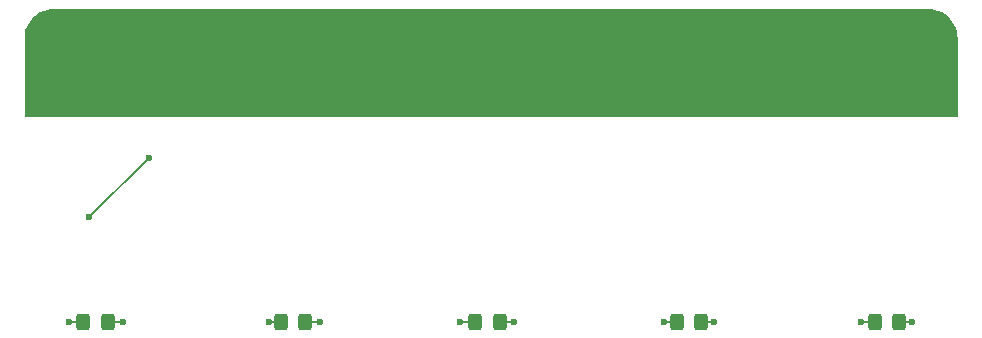
<source format=gbr>
%TF.GenerationSoftware,KiCad,Pcbnew,9.0.2*%
%TF.CreationDate,2025-05-22T18:28:57+02:00*%
%TF.ProjectId,blinky,626c696e-6b79-42e6-9b69-6361645f7063,rev?*%
%TF.SameCoordinates,Original*%
%TF.FileFunction,Copper,L1,Top*%
%TF.FilePolarity,Positive*%
%FSLAX46Y46*%
G04 Gerber Fmt 4.6, Leading zero omitted, Abs format (unit mm)*
G04 Created by KiCad (PCBNEW 9.0.2) date 2025-05-22 18:28:57*
%MOMM*%
%LPD*%
G01*
G04 APERTURE LIST*
G04 Aperture macros list*
%AMRoundRect*
0 Rectangle with rounded corners*
0 $1 Rounding radius*
0 $2 $3 $4 $5 $6 $7 $8 $9 X,Y pos of 4 corners*
0 Add a 4 corners polygon primitive as box body*
4,1,4,$2,$3,$4,$5,$6,$7,$8,$9,$2,$3,0*
0 Add four circle primitives for the rounded corners*
1,1,$1+$1,$2,$3*
1,1,$1+$1,$4,$5*
1,1,$1+$1,$6,$7*
1,1,$1+$1,$8,$9*
0 Add four rect primitives between the rounded corners*
20,1,$1+$1,$2,$3,$4,$5,0*
20,1,$1+$1,$4,$5,$6,$7,0*
20,1,$1+$1,$6,$7,$8,$9,0*
20,1,$1+$1,$8,$9,$2,$3,0*%
G04 Aperture macros list end*
%TA.AperFunction,SMDPad,CuDef*%
%ADD10RoundRect,0.250000X-0.325000X-0.450000X0.325000X-0.450000X0.325000X0.450000X-0.325000X0.450000X0*%
%TD*%
%TA.AperFunction,SMDPad,CuDef*%
%ADD11RoundRect,0.250000X0.325000X0.450000X-0.325000X0.450000X-0.325000X-0.450000X0.325000X-0.450000X0*%
%TD*%
%TA.AperFunction,ViaPad*%
%ADD12C,0.600000*%
%TD*%
%TA.AperFunction,Conductor*%
%ADD13C,0.200000*%
%TD*%
G04 APERTURE END LIST*
D10*
%TO.P,D5,1,K*%
%TO.N,Net-(D5-K)*%
X136462500Y-85500000D03*
%TO.P,D5,2,A*%
%TO.N,Net-(D5-A)*%
X138512500Y-85500000D03*
%TD*%
%TO.P,D2,1,K*%
%TO.N,Net-(D2-K)*%
X86231250Y-85500000D03*
%TO.P,D2,2,A*%
%TO.N,/MISO*%
X88281250Y-85500000D03*
%TD*%
D11*
%TO.P,D3,1,K*%
%TO.N,Net-(D3-K)*%
X104724999Y-85500000D03*
%TO.P,D3,2,A*%
%TO.N,/SCK*%
X102675001Y-85500000D03*
%TD*%
%TO.P,D4,1,K*%
%TO.N,Net-(D4-K)*%
X121768749Y-85500000D03*
%TO.P,D4,2,A*%
%TO.N,Net-(D4-A)*%
X119718751Y-85500000D03*
%TD*%
%TO.P,D1,1,K*%
%TO.N,Net-(D1-K)*%
X71537499Y-85500000D03*
%TO.P,D1,2,A*%
%TO.N,/MOSI*%
X69487501Y-85500000D03*
%TD*%
D12*
%TO.N,GND*%
X141600000Y-64100000D03*
X67100000Y-63900000D03*
%TO.N,Net-(D1-K)*%
X72800000Y-85500000D03*
%TO.N,Net-(D2-K)*%
X85200000Y-85500000D03*
%TO.N,Net-(D3-K)*%
X105900000Y-85500000D03*
%TO.N,Net-(D4-K)*%
X122900000Y-85500000D03*
%TO.N,Net-(D4-A)*%
X118600000Y-85500000D03*
%TO.N,Net-(D5-K)*%
X135300000Y-85500000D03*
%TO.N,Net-(D5-A)*%
X139600000Y-85500000D03*
%TO.N,/MOSI*%
X68300000Y-85500000D03*
%TO.N,/MISO*%
X89500000Y-85500000D03*
%TO.N,/SCK*%
X101400000Y-85500000D03*
%TO.N,/RST*%
X75000000Y-71650000D03*
X69975000Y-76675000D03*
%TD*%
D13*
%TO.N,Net-(D1-K)*%
X71537499Y-85500000D02*
X72800000Y-85500000D01*
%TO.N,Net-(D2-K)*%
X86231250Y-85500000D02*
X85200000Y-85500000D01*
%TO.N,Net-(D3-K)*%
X105900000Y-85500000D02*
X104724999Y-85500000D01*
%TO.N,Net-(D4-K)*%
X122900000Y-85500000D02*
X121768749Y-85500000D01*
%TO.N,Net-(D4-A)*%
X118600000Y-85500000D02*
X119718751Y-85500000D01*
%TO.N,Net-(D5-K)*%
X135300000Y-85500000D02*
X136462500Y-85500000D01*
%TO.N,Net-(D5-A)*%
X138512500Y-85500000D02*
X139600000Y-85500000D01*
%TO.N,/MOSI*%
X69487501Y-85500000D02*
X68300000Y-85500000D01*
%TO.N,/MISO*%
X88281250Y-85500000D02*
X89500000Y-85500000D01*
%TO.N,/SCK*%
X101400000Y-85500000D02*
X102675001Y-85500000D01*
%TO.N,/RST*%
X69975000Y-76675000D02*
X75000000Y-71650000D01*
%TD*%
%TA.AperFunction,Conductor*%
%TO.N,GND*%
G36*
X141003736Y-59000726D02*
G01*
X141293796Y-59018271D01*
X141308659Y-59020076D01*
X141590798Y-59071780D01*
X141605335Y-59075363D01*
X141879172Y-59160695D01*
X141893163Y-59166000D01*
X142154743Y-59283727D01*
X142167989Y-59290680D01*
X142413465Y-59439075D01*
X142425776Y-59447573D01*
X142651573Y-59624473D01*
X142662781Y-59634403D01*
X142865596Y-59837218D01*
X142875526Y-59848426D01*
X142995481Y-60001538D01*
X143052422Y-60074217D01*
X143060928Y-60086540D01*
X143209316Y-60332004D01*
X143216275Y-60345263D01*
X143333997Y-60606831D01*
X143339306Y-60620832D01*
X143424635Y-60894663D01*
X143428219Y-60909201D01*
X143479923Y-61191340D01*
X143481728Y-61206205D01*
X143499274Y-61496263D01*
X143499500Y-61503750D01*
X143499500Y-68076000D01*
X143479815Y-68143039D01*
X143427011Y-68188794D01*
X143375500Y-68200000D01*
X64624500Y-68200000D01*
X64557461Y-68180315D01*
X64511706Y-68127511D01*
X64500500Y-68076000D01*
X64500500Y-61503750D01*
X64500726Y-61496263D01*
X64518271Y-61206205D01*
X64520076Y-61191340D01*
X64571780Y-60909201D01*
X64575364Y-60894663D01*
X64652096Y-60648422D01*
X64660696Y-60620822D01*
X64665998Y-60606841D01*
X64783731Y-60345249D01*
X64790676Y-60332016D01*
X64939080Y-60086526D01*
X64947567Y-60074230D01*
X65124480Y-59848417D01*
X65134395Y-59837226D01*
X65337226Y-59634395D01*
X65348417Y-59624480D01*
X65574230Y-59447567D01*
X65586526Y-59439080D01*
X65832016Y-59290676D01*
X65845249Y-59283731D01*
X66106841Y-59165998D01*
X66120822Y-59160696D01*
X66394668Y-59075362D01*
X66409197Y-59071780D01*
X66691344Y-59020075D01*
X66706201Y-59018271D01*
X66996264Y-59000726D01*
X67003751Y-59000500D01*
X67065892Y-59000500D01*
X140934108Y-59000500D01*
X140996249Y-59000500D01*
X141003736Y-59000726D01*
G37*
%TD.AperFunction*%
%TD*%
M02*

</source>
